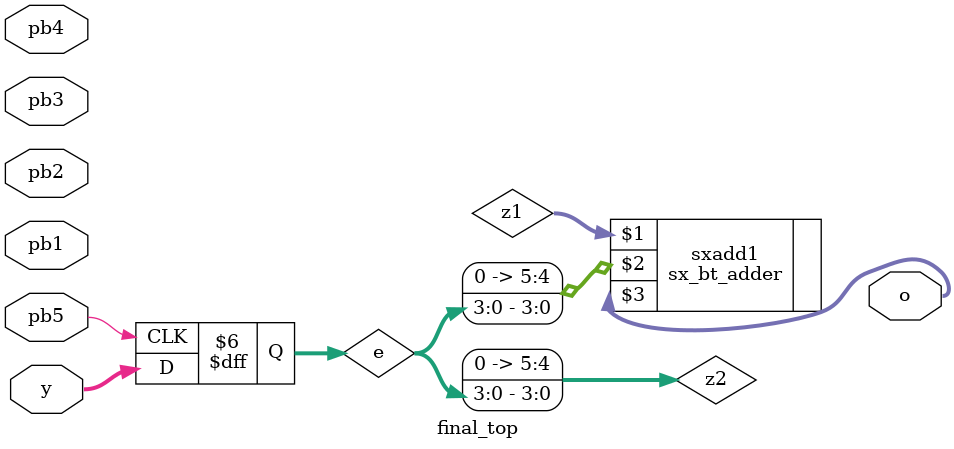
<source format=v>
`timescale 1ns / 1ps
module final_top(pb1,pb2,pb3,pb4,pb5,y,o);
input pb1,pb2,pb3,pb4,pb5;
input [3:0] y;
output wire [6:0] o;
reg [3:0] a,b,c,d,e;
wire [4:0] x,y1;
wire [5:0] z1,z2;
always@(posedge pb1)
a[3:0]<=y[3:0];
always@(posedge pb2)
b[3:0]<=y[3:0];
always@(posedge pb3)
c[3:0]<=y[3:0];
always@(posedge pb4)
d[3:0]<=y[3:0];
always@(posedge pb5)
e[3:0]<=y[3:0];
assign z2[5:4]=2'b00;
assign z2[3:0]=e[3:0];
four_bt_adder fouradd1(a,b,x);
four_bt_adder fouradd2(c,d,y1);
five_bt_adder fiveadd1(x,y1,z);
sx_bt_adder sxadd1(z1,z2,o);
endmodule

</source>
